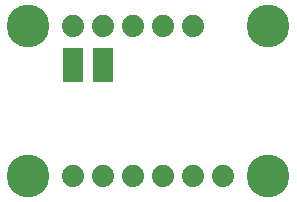
<source format=gbr>
G04 EAGLE Gerber RS-274X export*
G75*
%MOMM*%
%FSLAX34Y34*%
%LPD*%
%INSoldermask Bottom*%
%IPPOS*%
%AMOC8*
5,1,8,0,0,1.08239X$1,22.5*%
G01*
%ADD10C,3.617600*%
%ADD11C,1.879600*%
%ADD12R,1.651000X2.921000*%


D10*
X25400Y152400D03*
X228600Y152400D03*
X25400Y25400D03*
X228600Y25400D03*
D11*
X63500Y25400D03*
X88900Y25400D03*
X114300Y25400D03*
X139700Y25400D03*
X165100Y25400D03*
X190500Y25400D03*
D12*
X88900Y119380D03*
X63500Y119380D03*
D11*
X63500Y152400D03*
X88900Y152400D03*
X114300Y152400D03*
X139700Y152400D03*
X165100Y152400D03*
M02*

</source>
